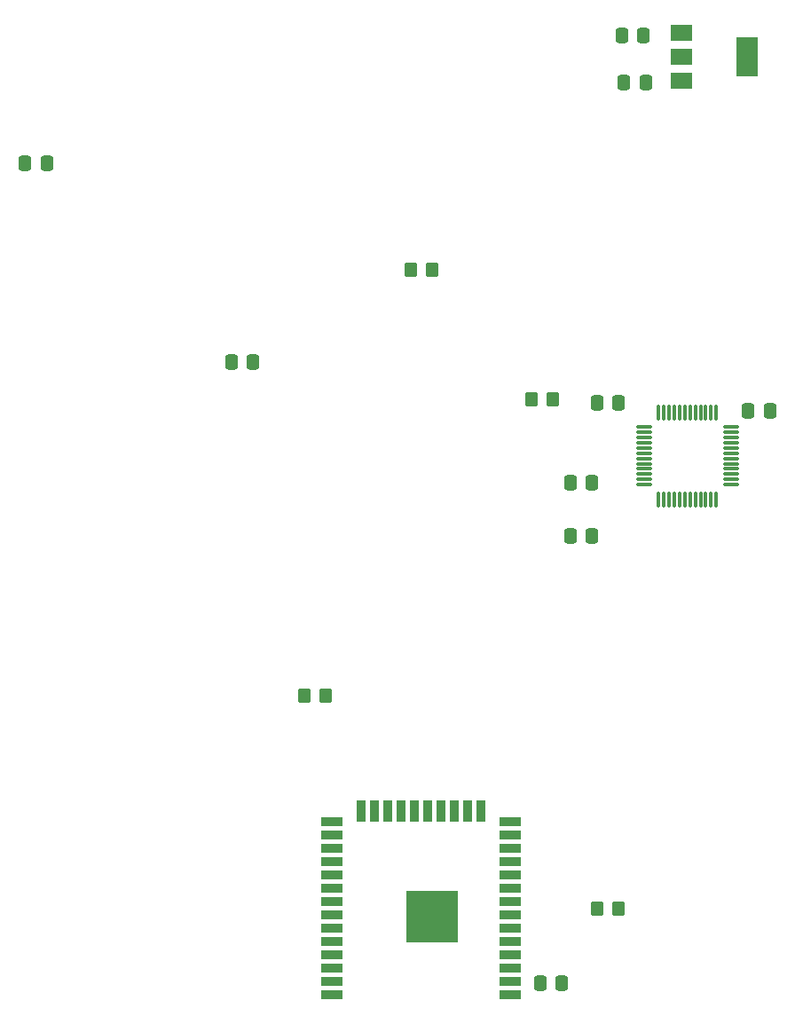
<source format=gbr>
%TF.GenerationSoftware,KiCad,Pcbnew,(6.0.5)*%
%TF.CreationDate,2024-11-07T13:37:00-06:00*%
%TF.ProjectId,FinalPCBBoard1,46696e61-6c50-4434-9242-6f617264312e,rev?*%
%TF.SameCoordinates,Original*%
%TF.FileFunction,Paste,Top*%
%TF.FilePolarity,Positive*%
%FSLAX46Y46*%
G04 Gerber Fmt 4.6, Leading zero omitted, Abs format (unit mm)*
G04 Created by KiCad (PCBNEW (6.0.5)) date 2024-11-07 13:37:00*
%MOMM*%
%LPD*%
G01*
G04 APERTURE LIST*
G04 Aperture macros list*
%AMRoundRect*
0 Rectangle with rounded corners*
0 $1 Rounding radius*
0 $2 $3 $4 $5 $6 $7 $8 $9 X,Y pos of 4 corners*
0 Add a 4 corners polygon primitive as box body*
4,1,4,$2,$3,$4,$5,$6,$7,$8,$9,$2,$3,0*
0 Add four circle primitives for the rounded corners*
1,1,$1+$1,$2,$3*
1,1,$1+$1,$4,$5*
1,1,$1+$1,$6,$7*
1,1,$1+$1,$8,$9*
0 Add four rect primitives between the rounded corners*
20,1,$1+$1,$2,$3,$4,$5,0*
20,1,$1+$1,$4,$5,$6,$7,0*
20,1,$1+$1,$6,$7,$8,$9,0*
20,1,$1+$1,$8,$9,$2,$3,0*%
G04 Aperture macros list end*
%ADD10RoundRect,0.250000X0.337500X0.475000X-0.337500X0.475000X-0.337500X-0.475000X0.337500X-0.475000X0*%
%ADD11RoundRect,0.075000X-0.662500X-0.075000X0.662500X-0.075000X0.662500X0.075000X-0.662500X0.075000X0*%
%ADD12RoundRect,0.075000X-0.075000X-0.662500X0.075000X-0.662500X0.075000X0.662500X-0.075000X0.662500X0*%
%ADD13R,2.000000X1.500000*%
%ADD14R,2.000000X3.800000*%
%ADD15R,5.000000X5.000000*%
%ADD16R,2.000000X0.900000*%
%ADD17R,0.900000X2.000000*%
%ADD18RoundRect,0.250000X-0.350000X-0.450000X0.350000X-0.450000X0.350000X0.450000X-0.350000X0.450000X0*%
%ADD19RoundRect,0.250000X0.350000X0.450000X-0.350000X0.450000X-0.350000X-0.450000X0.350000X-0.450000X0*%
%ADD20RoundRect,0.250000X-0.337500X-0.475000X0.337500X-0.475000X0.337500X0.475000X-0.337500X0.475000X0*%
G04 APERTURE END LIST*
D10*
%TO.C,C7*%
X125362500Y-46225000D03*
X123287500Y-46225000D03*
%TD*%
D11*
%TO.C,U3*%
X125377500Y-83610000D03*
X125377500Y-84110000D03*
X125377500Y-84610000D03*
X125377500Y-85110000D03*
X125377500Y-85610000D03*
X125377500Y-86110000D03*
X125377500Y-86610000D03*
X125377500Y-87110000D03*
X125377500Y-87610000D03*
X125377500Y-88110000D03*
X125377500Y-88610000D03*
X125377500Y-89110000D03*
D12*
X126790000Y-90522500D03*
X127290000Y-90522500D03*
X127790000Y-90522500D03*
X128290000Y-90522500D03*
X128790000Y-90522500D03*
X129290000Y-90522500D03*
X129790000Y-90522500D03*
X130290000Y-90522500D03*
X130790000Y-90522500D03*
X131290000Y-90522500D03*
X131790000Y-90522500D03*
X132290000Y-90522500D03*
D11*
X133702500Y-89110000D03*
X133702500Y-88610000D03*
X133702500Y-88110000D03*
X133702500Y-87610000D03*
X133702500Y-87110000D03*
X133702500Y-86610000D03*
X133702500Y-86110000D03*
X133702500Y-85610000D03*
X133702500Y-85110000D03*
X133702500Y-84610000D03*
X133702500Y-84110000D03*
X133702500Y-83610000D03*
D12*
X132290000Y-82197500D03*
X131790000Y-82197500D03*
X131290000Y-82197500D03*
X130790000Y-82197500D03*
X130290000Y-82197500D03*
X129790000Y-82197500D03*
X129290000Y-82197500D03*
X128790000Y-82197500D03*
X128290000Y-82197500D03*
X127790000Y-82197500D03*
X127290000Y-82197500D03*
X126790000Y-82197500D03*
%TD*%
D13*
%TO.C,U2*%
X128930000Y-45960000D03*
X128930000Y-48260000D03*
X128930000Y-50560000D03*
D14*
X135230000Y-48260000D03*
%TD*%
D15*
%TO.C,U1*%
X105140000Y-130295000D03*
D16*
X95640000Y-137795000D03*
X95640000Y-136525000D03*
X95640000Y-135255000D03*
X95640000Y-133985000D03*
X95640000Y-132715000D03*
X95640000Y-131445000D03*
X95640000Y-130175000D03*
X95640000Y-128905000D03*
X95640000Y-127635000D03*
X95640000Y-126365000D03*
X95640000Y-125095000D03*
X95640000Y-123825000D03*
X95640000Y-122555000D03*
X95640000Y-121285000D03*
D17*
X98425000Y-120285000D03*
X99695000Y-120285000D03*
X100965000Y-120285000D03*
X102235000Y-120285000D03*
X103505000Y-120285000D03*
X104775000Y-120285000D03*
X106045000Y-120285000D03*
X107315000Y-120285000D03*
X108585000Y-120285000D03*
X109855000Y-120285000D03*
D16*
X112640000Y-121285000D03*
X112640000Y-122555000D03*
X112640000Y-123825000D03*
X112640000Y-125095000D03*
X112640000Y-126365000D03*
X112640000Y-127635000D03*
X112640000Y-128905000D03*
X112640000Y-130175000D03*
X112640000Y-131445000D03*
X112640000Y-132715000D03*
X112640000Y-133985000D03*
X112640000Y-135255000D03*
X112640000Y-136525000D03*
X112640000Y-137795000D03*
%TD*%
D18*
%TO.C,R4*%
X114700000Y-81000000D03*
X116700000Y-81000000D03*
%TD*%
D19*
%TO.C,R3*%
X94980000Y-109220000D03*
X92980000Y-109220000D03*
%TD*%
D18*
%TO.C,R2*%
X120920000Y-129540000D03*
X122920000Y-129540000D03*
%TD*%
%TO.C,R1*%
X103140000Y-68580000D03*
X105140000Y-68580000D03*
%TD*%
D20*
%TO.C,C15*%
X86012500Y-77450000D03*
X88087500Y-77450000D03*
%TD*%
%TO.C,C14*%
X118342500Y-88900000D03*
X120417500Y-88900000D03*
%TD*%
D10*
%TO.C,C13*%
X68412500Y-58475000D03*
X66337500Y-58475000D03*
%TD*%
D20*
%TO.C,C12*%
X118342500Y-93980000D03*
X120417500Y-93980000D03*
%TD*%
D10*
%TO.C,C11*%
X123487500Y-50775000D03*
X125562500Y-50775000D03*
%TD*%
D20*
%TO.C,C10*%
X135337500Y-82025000D03*
X137412500Y-82025000D03*
%TD*%
%TO.C,C4*%
X117562500Y-136675000D03*
X115487500Y-136675000D03*
%TD*%
D10*
%TO.C,C1*%
X122957500Y-81280000D03*
X120882500Y-81280000D03*
%TD*%
M02*

</source>
